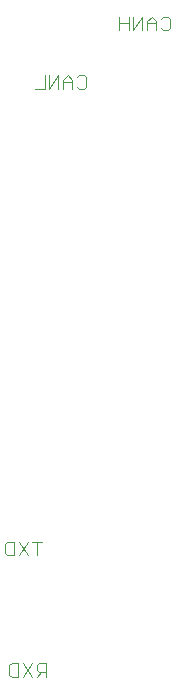
<source format=gbo>
G75*
%MOIN*%
%OFA0B0*%
%FSLAX25Y25*%
%IPPOS*%
%LPD*%
%AMOC8*
5,1,8,0,0,1.08239X$1,22.5*
%
%ADD10C,0.00400*%
D10*
X0203625Y0049867D02*
X0203625Y0052937D01*
X0204392Y0053704D01*
X0206694Y0053704D01*
X0206694Y0049100D01*
X0204392Y0049100D01*
X0203625Y0049867D01*
X0208229Y0049100D02*
X0211298Y0053704D01*
X0212833Y0053704D02*
X0215902Y0053704D01*
X0214367Y0053704D02*
X0214367Y0049100D01*
X0211298Y0049100D02*
X0208229Y0053704D01*
X0208194Y0013204D02*
X0205892Y0013204D01*
X0205125Y0012437D01*
X0205125Y0009367D01*
X0205892Y0008600D01*
X0208194Y0008600D01*
X0208194Y0013204D01*
X0209729Y0013204D02*
X0212798Y0008600D01*
X0214333Y0008600D02*
X0215867Y0010135D01*
X0215100Y0010135D02*
X0217402Y0010135D01*
X0217402Y0008600D02*
X0217402Y0013204D01*
X0215100Y0013204D01*
X0214333Y0012437D01*
X0214333Y0010902D01*
X0215100Y0010135D01*
X0212798Y0013204D02*
X0209729Y0008600D01*
X0213832Y0204600D02*
X0216901Y0204600D01*
X0216901Y0209204D01*
X0218436Y0209204D02*
X0218436Y0204600D01*
X0221505Y0209204D01*
X0221505Y0204600D01*
X0223040Y0204600D02*
X0223040Y0207669D01*
X0224575Y0209204D01*
X0226109Y0207669D01*
X0226109Y0204600D01*
X0227644Y0205367D02*
X0228411Y0204600D01*
X0229946Y0204600D01*
X0230713Y0205367D01*
X0230713Y0208437D01*
X0229946Y0209204D01*
X0228411Y0209204D01*
X0227644Y0208437D01*
X0226109Y0206902D02*
X0223040Y0206902D01*
X0241832Y0224100D02*
X0241832Y0228704D01*
X0241832Y0226402D02*
X0244901Y0226402D01*
X0244901Y0224100D02*
X0244901Y0228704D01*
X0246436Y0228704D02*
X0246436Y0224100D01*
X0249505Y0228704D01*
X0249505Y0224100D01*
X0251040Y0224100D02*
X0251040Y0227169D01*
X0252575Y0228704D01*
X0254109Y0227169D01*
X0254109Y0224100D01*
X0255644Y0224867D02*
X0256411Y0224100D01*
X0257946Y0224100D01*
X0258713Y0224867D01*
X0258713Y0227937D01*
X0257946Y0228704D01*
X0256411Y0228704D01*
X0255644Y0227937D01*
X0254109Y0226402D02*
X0251040Y0226402D01*
M02*

</source>
